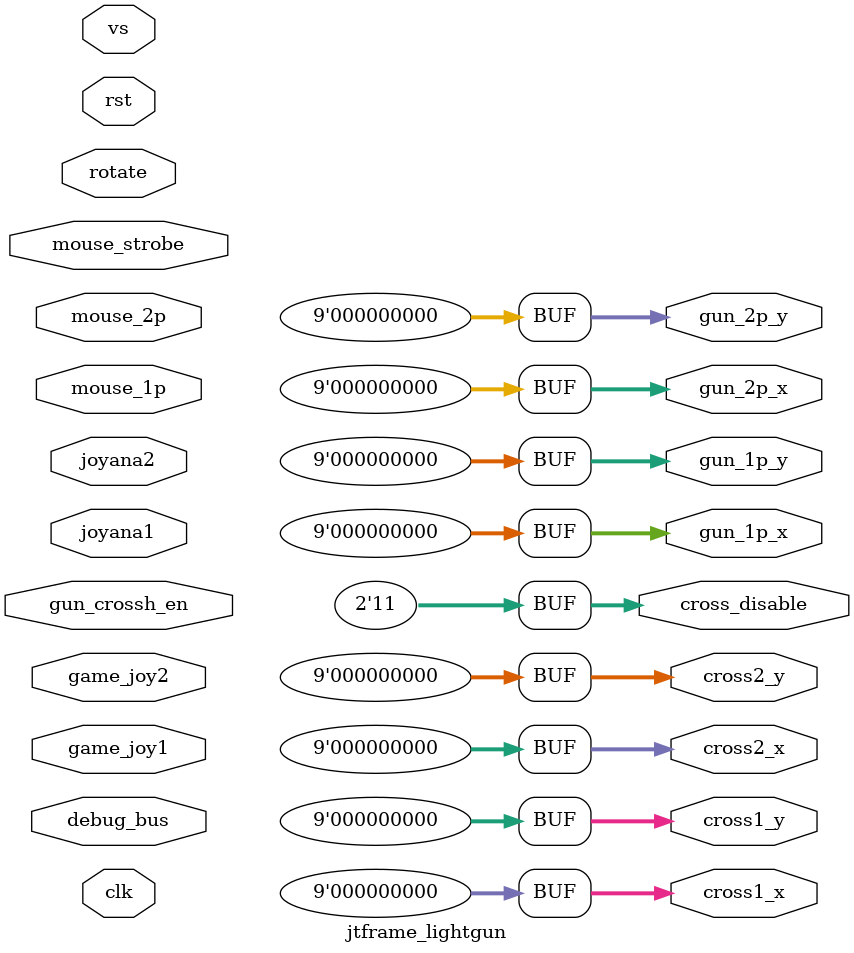
<source format=v>
/*  This file is part of JTFRAME.
    JTFRAME program is free software: you can redistribute it and/or modify
    it under the terms of the GNU General Public License as published by
    the Free Software Foundation, either version 3 of the License, or
    (at your option) any later version.

    JTFRAME program is distributed in the hope that it will be useful,
    but WITHOUT ANY WARRANTY; without even the implied warranty of
    MERCHANTABILITY or FITNESS FOR A PARTICULAR PURPOSE.  See the
    GNU General Public License for more details.

    You should have received a copy of the GNU General Public License
    along with JTFRAME.  If not, see <http://www.gnu.org/licenses/>.

    Author: Rafael Eduardo Paiva Feener. Copyright: Miki Saito
    Version: 1.0
    Date: 25-02-2025 */

module jtframe_lightgun (
    input         rst,
    input         clk,
    input         vs,
    input  [ 7:0] debug_bus,
    input         gun_crossh_en,
    input  [ 1:0] rotate,
    input  [ 3:0] game_joy1,
    input  [ 3:0] game_joy2,
    input  [15:0] joyana1,
    input  [15:0] joyana2,
    input  [15:0] mouse_1p,
    input  [15:0] mouse_2p,
    input  [ 1:0] mouse_strobe,
    output [ 8:0] gun_1p_x,
    output [ 8:0] gun_1p_y,
    output [ 8:0] gun_2p_x,
    output [ 8:0] gun_2p_y,
    output [ 8:0] cross1_x,
    output [ 8:0] cross1_y,
    output [ 8:0] cross2_x,
    output [ 8:0] cross2_y,
    output [ 1:0] cross_disable
);

parameter WIDTH = 384, HEIGHT = 224,
          XOFFSET= `ifdef JTFRAME_LIGHTGUN_XOFFSET `JTFRAME_LIGHTGUN_XOFFSET `else 0 `endif,
          YOFFSET= `ifdef JTFRAME_LIGHTGUN_YOFFSET `JTFRAME_LIGHTGUN_YOFFSET `else 0 `endif;

`ifdef JTFRAME_LIGHTGUN

wire [1:0] strobe;
wire       vs_edge;

jtframe_lightgun_mux #(.W(WIDTH),.H(HEIGHT),
    .XOFFSET(XOFFSET),.YOFFSET(YOFFSET)
) u_crosshair_left(
    .rst          ( rst             ),
    .clk          ( clk             ),
    .vs_edge      ( vs_edge         ),
    .debug_bus    ( debug_bus       ),
    .gun_crossh_en( gun_crossh_en   ),
    .rotate       ( rotate          ),
    .game_joy     ( game_joy1       ),
    .joyana       ( joyana1         ),
    .mouse        ( mouse_1p        ),
    .mouse_strobe ( mouse_strobe[0] ),
    .strobe       ( strobe[0]       ),
    .gun_x        ( gun_1p_x        ),
    .gun_y        ( gun_1p_y        ),
    .cross_x      ( cross1_x        ),
    .cross_y      ( cross1_y        )
);

jtframe_lightgun_mux #(.W(WIDTH),.H(HEIGHT),
    .XOFFSET(XOFFSET),.YOFFSET(YOFFSET)
) u_crosshair_center(
    .rst          ( rst             ),
    .clk          ( clk             ),
    .vs_edge      ( vs_edge         ),
    .debug_bus    ( debug_bus       ),
    .gun_crossh_en( gun_crossh_en   ),
    .rotate       ( rotate          ),
    .game_joy     ( game_joy2       ),
    .joyana       ( joyana2         ),
    .mouse        ( mouse_2p        ),
    .mouse_strobe ( mouse_strobe[1] ),
    .strobe       ( strobe[1]       ),
    .gun_x        ( gun_2p_x        ),
    .gun_y        ( gun_2p_y        ),
    .cross_x      ( cross2_x        ),
    .cross_y      ( cross2_y        )
);


jtframe_crosshair_disable u_crosshair_disable(
    .rst        ( rst             ),
    .clk        ( clk             ),
    .vs         ( vs              ),
    .strobe     ( strobe          ),
    .pulse      ( vs_edge         ),
    .en_b       ( cross_disable   )
);

`else
assign {gun_1p_x, gun_1p_y} = 18'b0;
assign {gun_2p_x, gun_2p_y} = 18'b0;
assign {cross1_x, cross1_y} = 18'b0;
assign {cross2_x, cross2_y} = 18'b0;
assign  cross_disable   =  2'd3;
`endif

endmodule

</source>
